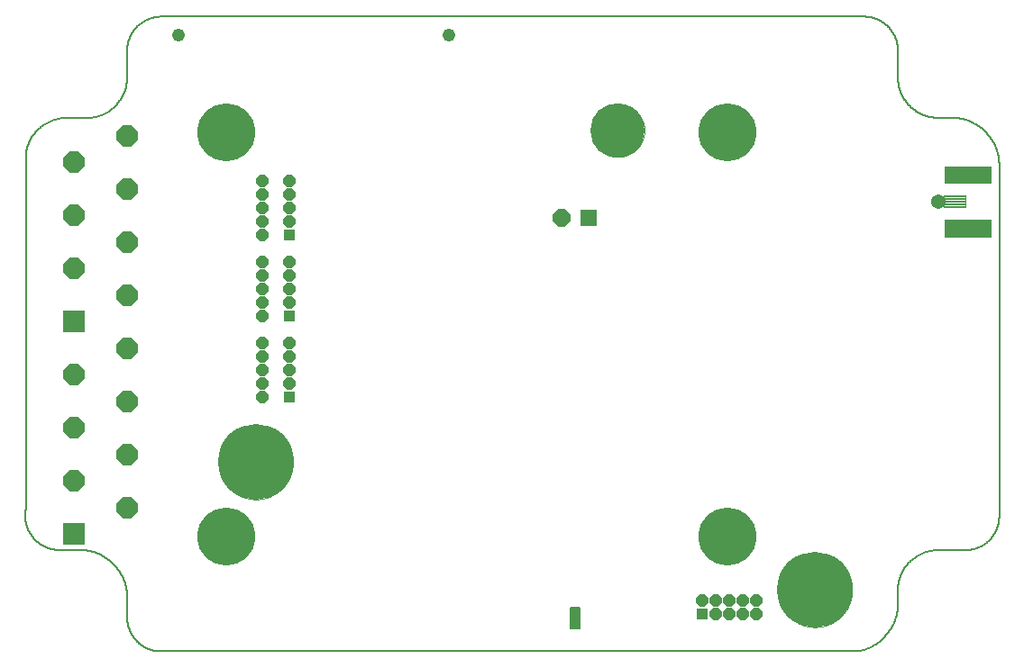
<source format=gbs>
G75*
%MOIN*%
%OFA0B0*%
%FSLAX25Y25*%
%IPPOS*%
%LPD*%
%AMOC8*
5,1,8,0,0,1.08239X$1,22.5*
%
%ADD10C,0.00000*%
%ADD11C,0.27959*%
%ADD12C,0.20085*%
%ADD13C,0.00600*%
%ADD14R,0.06400X0.06400*%
%ADD15OC8,0.06400*%
%ADD16C,0.21400*%
%ADD17R,0.04369X0.04369*%
%ADD18OC8,0.04369*%
%ADD19C,0.04762*%
%ADD20C,0.00591*%
%ADD21C,0.03581*%
%ADD22C,0.05400*%
%ADD23C,0.00490*%
%ADD24C,0.00320*%
%ADD25R,0.08000X0.08000*%
%ADD26OC8,0.08000*%
%ADD27R,0.04400X0.04400*%
%ADD28OC8,0.04400*%
D10*
X0072778Y0072998D02*
X0072782Y0073336D01*
X0072795Y0073674D01*
X0072815Y0074012D01*
X0072844Y0074349D01*
X0072882Y0074685D01*
X0072927Y0075020D01*
X0072981Y0075354D01*
X0073043Y0075686D01*
X0073113Y0076017D01*
X0073191Y0076346D01*
X0073277Y0076673D01*
X0073371Y0076998D01*
X0073474Y0077321D01*
X0073584Y0077640D01*
X0073701Y0077957D01*
X0073827Y0078271D01*
X0073960Y0078582D01*
X0074101Y0078890D01*
X0074249Y0079194D01*
X0074405Y0079494D01*
X0074568Y0079790D01*
X0074738Y0080082D01*
X0074916Y0080370D01*
X0075100Y0080654D01*
X0075292Y0080933D01*
X0075490Y0081207D01*
X0075695Y0081476D01*
X0075906Y0081740D01*
X0076124Y0081999D01*
X0076348Y0082252D01*
X0076578Y0082500D01*
X0076814Y0082742D01*
X0077056Y0082978D01*
X0077304Y0083208D01*
X0077557Y0083432D01*
X0077816Y0083650D01*
X0078080Y0083861D01*
X0078349Y0084066D01*
X0078623Y0084264D01*
X0078902Y0084456D01*
X0079186Y0084640D01*
X0079474Y0084818D01*
X0079766Y0084988D01*
X0080062Y0085151D01*
X0080362Y0085307D01*
X0080666Y0085455D01*
X0080974Y0085596D01*
X0081285Y0085729D01*
X0081599Y0085855D01*
X0081916Y0085972D01*
X0082235Y0086082D01*
X0082558Y0086185D01*
X0082883Y0086279D01*
X0083210Y0086365D01*
X0083539Y0086443D01*
X0083870Y0086513D01*
X0084202Y0086575D01*
X0084536Y0086629D01*
X0084871Y0086674D01*
X0085207Y0086712D01*
X0085544Y0086741D01*
X0085882Y0086761D01*
X0086220Y0086774D01*
X0086558Y0086778D01*
X0086896Y0086774D01*
X0087234Y0086761D01*
X0087572Y0086741D01*
X0087909Y0086712D01*
X0088245Y0086674D01*
X0088580Y0086629D01*
X0088914Y0086575D01*
X0089246Y0086513D01*
X0089577Y0086443D01*
X0089906Y0086365D01*
X0090233Y0086279D01*
X0090558Y0086185D01*
X0090881Y0086082D01*
X0091200Y0085972D01*
X0091517Y0085855D01*
X0091831Y0085729D01*
X0092142Y0085596D01*
X0092450Y0085455D01*
X0092754Y0085307D01*
X0093054Y0085151D01*
X0093350Y0084988D01*
X0093642Y0084818D01*
X0093930Y0084640D01*
X0094214Y0084456D01*
X0094493Y0084264D01*
X0094767Y0084066D01*
X0095036Y0083861D01*
X0095300Y0083650D01*
X0095559Y0083432D01*
X0095812Y0083208D01*
X0096060Y0082978D01*
X0096302Y0082742D01*
X0096538Y0082500D01*
X0096768Y0082252D01*
X0096992Y0081999D01*
X0097210Y0081740D01*
X0097421Y0081476D01*
X0097626Y0081207D01*
X0097824Y0080933D01*
X0098016Y0080654D01*
X0098200Y0080370D01*
X0098378Y0080082D01*
X0098548Y0079790D01*
X0098711Y0079494D01*
X0098867Y0079194D01*
X0099015Y0078890D01*
X0099156Y0078582D01*
X0099289Y0078271D01*
X0099415Y0077957D01*
X0099532Y0077640D01*
X0099642Y0077321D01*
X0099745Y0076998D01*
X0099839Y0076673D01*
X0099925Y0076346D01*
X0100003Y0076017D01*
X0100073Y0075686D01*
X0100135Y0075354D01*
X0100189Y0075020D01*
X0100234Y0074685D01*
X0100272Y0074349D01*
X0100301Y0074012D01*
X0100321Y0073674D01*
X0100334Y0073336D01*
X0100338Y0072998D01*
X0100334Y0072660D01*
X0100321Y0072322D01*
X0100301Y0071984D01*
X0100272Y0071647D01*
X0100234Y0071311D01*
X0100189Y0070976D01*
X0100135Y0070642D01*
X0100073Y0070310D01*
X0100003Y0069979D01*
X0099925Y0069650D01*
X0099839Y0069323D01*
X0099745Y0068998D01*
X0099642Y0068675D01*
X0099532Y0068356D01*
X0099415Y0068039D01*
X0099289Y0067725D01*
X0099156Y0067414D01*
X0099015Y0067106D01*
X0098867Y0066802D01*
X0098711Y0066502D01*
X0098548Y0066206D01*
X0098378Y0065914D01*
X0098200Y0065626D01*
X0098016Y0065342D01*
X0097824Y0065063D01*
X0097626Y0064789D01*
X0097421Y0064520D01*
X0097210Y0064256D01*
X0096992Y0063997D01*
X0096768Y0063744D01*
X0096538Y0063496D01*
X0096302Y0063254D01*
X0096060Y0063018D01*
X0095812Y0062788D01*
X0095559Y0062564D01*
X0095300Y0062346D01*
X0095036Y0062135D01*
X0094767Y0061930D01*
X0094493Y0061732D01*
X0094214Y0061540D01*
X0093930Y0061356D01*
X0093642Y0061178D01*
X0093350Y0061008D01*
X0093054Y0060845D01*
X0092754Y0060689D01*
X0092450Y0060541D01*
X0092142Y0060400D01*
X0091831Y0060267D01*
X0091517Y0060141D01*
X0091200Y0060024D01*
X0090881Y0059914D01*
X0090558Y0059811D01*
X0090233Y0059717D01*
X0089906Y0059631D01*
X0089577Y0059553D01*
X0089246Y0059483D01*
X0088914Y0059421D01*
X0088580Y0059367D01*
X0088245Y0059322D01*
X0087909Y0059284D01*
X0087572Y0059255D01*
X0087234Y0059235D01*
X0086896Y0059222D01*
X0086558Y0059218D01*
X0086220Y0059222D01*
X0085882Y0059235D01*
X0085544Y0059255D01*
X0085207Y0059284D01*
X0084871Y0059322D01*
X0084536Y0059367D01*
X0084202Y0059421D01*
X0083870Y0059483D01*
X0083539Y0059553D01*
X0083210Y0059631D01*
X0082883Y0059717D01*
X0082558Y0059811D01*
X0082235Y0059914D01*
X0081916Y0060024D01*
X0081599Y0060141D01*
X0081285Y0060267D01*
X0080974Y0060400D01*
X0080666Y0060541D01*
X0080362Y0060689D01*
X0080062Y0060845D01*
X0079766Y0061008D01*
X0079474Y0061178D01*
X0079186Y0061356D01*
X0078902Y0061540D01*
X0078623Y0061732D01*
X0078349Y0061930D01*
X0078080Y0062135D01*
X0077816Y0062346D01*
X0077557Y0062564D01*
X0077304Y0062788D01*
X0077056Y0063018D01*
X0076814Y0063254D01*
X0076578Y0063496D01*
X0076348Y0063744D01*
X0076124Y0063997D01*
X0075906Y0064256D01*
X0075695Y0064520D01*
X0075490Y0064789D01*
X0075292Y0065063D01*
X0075100Y0065342D01*
X0074916Y0065626D01*
X0074738Y0065914D01*
X0074568Y0066206D01*
X0074405Y0066502D01*
X0074249Y0066802D01*
X0074101Y0067106D01*
X0073960Y0067414D01*
X0073827Y0067725D01*
X0073701Y0068039D01*
X0073584Y0068356D01*
X0073474Y0068675D01*
X0073371Y0068998D01*
X0073277Y0069323D01*
X0073191Y0069650D01*
X0073113Y0069979D01*
X0073043Y0070310D01*
X0072981Y0070642D01*
X0072927Y0070976D01*
X0072882Y0071311D01*
X0072844Y0071647D01*
X0072815Y0071984D01*
X0072795Y0072322D01*
X0072782Y0072660D01*
X0072778Y0072998D01*
X0210596Y0195835D02*
X0210599Y0196077D01*
X0210608Y0196318D01*
X0210623Y0196559D01*
X0210643Y0196800D01*
X0210670Y0197040D01*
X0210703Y0197279D01*
X0210741Y0197518D01*
X0210785Y0197755D01*
X0210835Y0197992D01*
X0210891Y0198227D01*
X0210953Y0198460D01*
X0211020Y0198692D01*
X0211093Y0198923D01*
X0211171Y0199151D01*
X0211256Y0199377D01*
X0211345Y0199602D01*
X0211440Y0199824D01*
X0211541Y0200043D01*
X0211647Y0200261D01*
X0211758Y0200475D01*
X0211875Y0200687D01*
X0211996Y0200895D01*
X0212123Y0201101D01*
X0212255Y0201303D01*
X0212392Y0201503D01*
X0212533Y0201698D01*
X0212679Y0201891D01*
X0212830Y0202079D01*
X0212986Y0202264D01*
X0213146Y0202445D01*
X0213310Y0202622D01*
X0213479Y0202795D01*
X0213652Y0202964D01*
X0213829Y0203128D01*
X0214010Y0203288D01*
X0214195Y0203444D01*
X0214383Y0203595D01*
X0214576Y0203741D01*
X0214771Y0203882D01*
X0214971Y0204019D01*
X0215173Y0204151D01*
X0215379Y0204278D01*
X0215587Y0204399D01*
X0215799Y0204516D01*
X0216013Y0204627D01*
X0216231Y0204733D01*
X0216450Y0204834D01*
X0216672Y0204929D01*
X0216897Y0205018D01*
X0217123Y0205103D01*
X0217351Y0205181D01*
X0217582Y0205254D01*
X0217814Y0205321D01*
X0218047Y0205383D01*
X0218282Y0205439D01*
X0218519Y0205489D01*
X0218756Y0205533D01*
X0218995Y0205571D01*
X0219234Y0205604D01*
X0219474Y0205631D01*
X0219715Y0205651D01*
X0219956Y0205666D01*
X0220197Y0205675D01*
X0220439Y0205678D01*
X0220681Y0205675D01*
X0220922Y0205666D01*
X0221163Y0205651D01*
X0221404Y0205631D01*
X0221644Y0205604D01*
X0221883Y0205571D01*
X0222122Y0205533D01*
X0222359Y0205489D01*
X0222596Y0205439D01*
X0222831Y0205383D01*
X0223064Y0205321D01*
X0223296Y0205254D01*
X0223527Y0205181D01*
X0223755Y0205103D01*
X0223981Y0205018D01*
X0224206Y0204929D01*
X0224428Y0204834D01*
X0224647Y0204733D01*
X0224865Y0204627D01*
X0225079Y0204516D01*
X0225291Y0204399D01*
X0225499Y0204278D01*
X0225705Y0204151D01*
X0225907Y0204019D01*
X0226107Y0203882D01*
X0226302Y0203741D01*
X0226495Y0203595D01*
X0226683Y0203444D01*
X0226868Y0203288D01*
X0227049Y0203128D01*
X0227226Y0202964D01*
X0227399Y0202795D01*
X0227568Y0202622D01*
X0227732Y0202445D01*
X0227892Y0202264D01*
X0228048Y0202079D01*
X0228199Y0201891D01*
X0228345Y0201698D01*
X0228486Y0201503D01*
X0228623Y0201303D01*
X0228755Y0201101D01*
X0228882Y0200895D01*
X0229003Y0200687D01*
X0229120Y0200475D01*
X0229231Y0200261D01*
X0229337Y0200043D01*
X0229438Y0199824D01*
X0229533Y0199602D01*
X0229622Y0199377D01*
X0229707Y0199151D01*
X0229785Y0198923D01*
X0229858Y0198692D01*
X0229925Y0198460D01*
X0229987Y0198227D01*
X0230043Y0197992D01*
X0230093Y0197755D01*
X0230137Y0197518D01*
X0230175Y0197279D01*
X0230208Y0197040D01*
X0230235Y0196800D01*
X0230255Y0196559D01*
X0230270Y0196318D01*
X0230279Y0196077D01*
X0230282Y0195835D01*
X0230279Y0195593D01*
X0230270Y0195352D01*
X0230255Y0195111D01*
X0230235Y0194870D01*
X0230208Y0194630D01*
X0230175Y0194391D01*
X0230137Y0194152D01*
X0230093Y0193915D01*
X0230043Y0193678D01*
X0229987Y0193443D01*
X0229925Y0193210D01*
X0229858Y0192978D01*
X0229785Y0192747D01*
X0229707Y0192519D01*
X0229622Y0192293D01*
X0229533Y0192068D01*
X0229438Y0191846D01*
X0229337Y0191627D01*
X0229231Y0191409D01*
X0229120Y0191195D01*
X0229003Y0190983D01*
X0228882Y0190775D01*
X0228755Y0190569D01*
X0228623Y0190367D01*
X0228486Y0190167D01*
X0228345Y0189972D01*
X0228199Y0189779D01*
X0228048Y0189591D01*
X0227892Y0189406D01*
X0227732Y0189225D01*
X0227568Y0189048D01*
X0227399Y0188875D01*
X0227226Y0188706D01*
X0227049Y0188542D01*
X0226868Y0188382D01*
X0226683Y0188226D01*
X0226495Y0188075D01*
X0226302Y0187929D01*
X0226107Y0187788D01*
X0225907Y0187651D01*
X0225705Y0187519D01*
X0225499Y0187392D01*
X0225291Y0187271D01*
X0225079Y0187154D01*
X0224865Y0187043D01*
X0224647Y0186937D01*
X0224428Y0186836D01*
X0224206Y0186741D01*
X0223981Y0186652D01*
X0223755Y0186567D01*
X0223527Y0186489D01*
X0223296Y0186416D01*
X0223064Y0186349D01*
X0222831Y0186287D01*
X0222596Y0186231D01*
X0222359Y0186181D01*
X0222122Y0186137D01*
X0221883Y0186099D01*
X0221644Y0186066D01*
X0221404Y0186039D01*
X0221163Y0186019D01*
X0220922Y0186004D01*
X0220681Y0185995D01*
X0220439Y0185992D01*
X0220197Y0185995D01*
X0219956Y0186004D01*
X0219715Y0186019D01*
X0219474Y0186039D01*
X0219234Y0186066D01*
X0218995Y0186099D01*
X0218756Y0186137D01*
X0218519Y0186181D01*
X0218282Y0186231D01*
X0218047Y0186287D01*
X0217814Y0186349D01*
X0217582Y0186416D01*
X0217351Y0186489D01*
X0217123Y0186567D01*
X0216897Y0186652D01*
X0216672Y0186741D01*
X0216450Y0186836D01*
X0216231Y0186937D01*
X0216013Y0187043D01*
X0215799Y0187154D01*
X0215587Y0187271D01*
X0215379Y0187392D01*
X0215173Y0187519D01*
X0214971Y0187651D01*
X0214771Y0187788D01*
X0214576Y0187929D01*
X0214383Y0188075D01*
X0214195Y0188226D01*
X0214010Y0188382D01*
X0213829Y0188542D01*
X0213652Y0188706D01*
X0213479Y0188875D01*
X0213310Y0189048D01*
X0213146Y0189225D01*
X0212986Y0189406D01*
X0212830Y0189591D01*
X0212679Y0189779D01*
X0212533Y0189972D01*
X0212392Y0190167D01*
X0212255Y0190367D01*
X0212123Y0190569D01*
X0211996Y0190775D01*
X0211875Y0190983D01*
X0211758Y0191195D01*
X0211647Y0191409D01*
X0211541Y0191627D01*
X0211440Y0191846D01*
X0211345Y0192068D01*
X0211256Y0192293D01*
X0211171Y0192519D01*
X0211093Y0192747D01*
X0211020Y0192978D01*
X0210953Y0193210D01*
X0210891Y0193443D01*
X0210835Y0193678D01*
X0210785Y0193915D01*
X0210741Y0194152D01*
X0210703Y0194391D01*
X0210670Y0194630D01*
X0210643Y0194870D01*
X0210623Y0195111D01*
X0210608Y0195352D01*
X0210599Y0195593D01*
X0210596Y0195835D01*
X0279559Y0025685D02*
X0279563Y0026023D01*
X0279576Y0026361D01*
X0279596Y0026699D01*
X0279625Y0027036D01*
X0279663Y0027372D01*
X0279708Y0027707D01*
X0279762Y0028041D01*
X0279824Y0028373D01*
X0279894Y0028704D01*
X0279972Y0029033D01*
X0280058Y0029360D01*
X0280152Y0029685D01*
X0280255Y0030008D01*
X0280365Y0030327D01*
X0280482Y0030644D01*
X0280608Y0030958D01*
X0280741Y0031269D01*
X0280882Y0031577D01*
X0281030Y0031881D01*
X0281186Y0032181D01*
X0281349Y0032477D01*
X0281519Y0032769D01*
X0281697Y0033057D01*
X0281881Y0033341D01*
X0282073Y0033620D01*
X0282271Y0033894D01*
X0282476Y0034163D01*
X0282687Y0034427D01*
X0282905Y0034686D01*
X0283129Y0034939D01*
X0283359Y0035187D01*
X0283595Y0035429D01*
X0283837Y0035665D01*
X0284085Y0035895D01*
X0284338Y0036119D01*
X0284597Y0036337D01*
X0284861Y0036548D01*
X0285130Y0036753D01*
X0285404Y0036951D01*
X0285683Y0037143D01*
X0285967Y0037327D01*
X0286255Y0037505D01*
X0286547Y0037675D01*
X0286843Y0037838D01*
X0287143Y0037994D01*
X0287447Y0038142D01*
X0287755Y0038283D01*
X0288066Y0038416D01*
X0288380Y0038542D01*
X0288697Y0038659D01*
X0289016Y0038769D01*
X0289339Y0038872D01*
X0289664Y0038966D01*
X0289991Y0039052D01*
X0290320Y0039130D01*
X0290651Y0039200D01*
X0290983Y0039262D01*
X0291317Y0039316D01*
X0291652Y0039361D01*
X0291988Y0039399D01*
X0292325Y0039428D01*
X0292663Y0039448D01*
X0293001Y0039461D01*
X0293339Y0039465D01*
X0293677Y0039461D01*
X0294015Y0039448D01*
X0294353Y0039428D01*
X0294690Y0039399D01*
X0295026Y0039361D01*
X0295361Y0039316D01*
X0295695Y0039262D01*
X0296027Y0039200D01*
X0296358Y0039130D01*
X0296687Y0039052D01*
X0297014Y0038966D01*
X0297339Y0038872D01*
X0297662Y0038769D01*
X0297981Y0038659D01*
X0298298Y0038542D01*
X0298612Y0038416D01*
X0298923Y0038283D01*
X0299231Y0038142D01*
X0299535Y0037994D01*
X0299835Y0037838D01*
X0300131Y0037675D01*
X0300423Y0037505D01*
X0300711Y0037327D01*
X0300995Y0037143D01*
X0301274Y0036951D01*
X0301548Y0036753D01*
X0301817Y0036548D01*
X0302081Y0036337D01*
X0302340Y0036119D01*
X0302593Y0035895D01*
X0302841Y0035665D01*
X0303083Y0035429D01*
X0303319Y0035187D01*
X0303549Y0034939D01*
X0303773Y0034686D01*
X0303991Y0034427D01*
X0304202Y0034163D01*
X0304407Y0033894D01*
X0304605Y0033620D01*
X0304797Y0033341D01*
X0304981Y0033057D01*
X0305159Y0032769D01*
X0305329Y0032477D01*
X0305492Y0032181D01*
X0305648Y0031881D01*
X0305796Y0031577D01*
X0305937Y0031269D01*
X0306070Y0030958D01*
X0306196Y0030644D01*
X0306313Y0030327D01*
X0306423Y0030008D01*
X0306526Y0029685D01*
X0306620Y0029360D01*
X0306706Y0029033D01*
X0306784Y0028704D01*
X0306854Y0028373D01*
X0306916Y0028041D01*
X0306970Y0027707D01*
X0307015Y0027372D01*
X0307053Y0027036D01*
X0307082Y0026699D01*
X0307102Y0026361D01*
X0307115Y0026023D01*
X0307119Y0025685D01*
X0307115Y0025347D01*
X0307102Y0025009D01*
X0307082Y0024671D01*
X0307053Y0024334D01*
X0307015Y0023998D01*
X0306970Y0023663D01*
X0306916Y0023329D01*
X0306854Y0022997D01*
X0306784Y0022666D01*
X0306706Y0022337D01*
X0306620Y0022010D01*
X0306526Y0021685D01*
X0306423Y0021362D01*
X0306313Y0021043D01*
X0306196Y0020726D01*
X0306070Y0020412D01*
X0305937Y0020101D01*
X0305796Y0019793D01*
X0305648Y0019489D01*
X0305492Y0019189D01*
X0305329Y0018893D01*
X0305159Y0018601D01*
X0304981Y0018313D01*
X0304797Y0018029D01*
X0304605Y0017750D01*
X0304407Y0017476D01*
X0304202Y0017207D01*
X0303991Y0016943D01*
X0303773Y0016684D01*
X0303549Y0016431D01*
X0303319Y0016183D01*
X0303083Y0015941D01*
X0302841Y0015705D01*
X0302593Y0015475D01*
X0302340Y0015251D01*
X0302081Y0015033D01*
X0301817Y0014822D01*
X0301548Y0014617D01*
X0301274Y0014419D01*
X0300995Y0014227D01*
X0300711Y0014043D01*
X0300423Y0013865D01*
X0300131Y0013695D01*
X0299835Y0013532D01*
X0299535Y0013376D01*
X0299231Y0013228D01*
X0298923Y0013087D01*
X0298612Y0012954D01*
X0298298Y0012828D01*
X0297981Y0012711D01*
X0297662Y0012601D01*
X0297339Y0012498D01*
X0297014Y0012404D01*
X0296687Y0012318D01*
X0296358Y0012240D01*
X0296027Y0012170D01*
X0295695Y0012108D01*
X0295361Y0012054D01*
X0295026Y0012009D01*
X0294690Y0011971D01*
X0294353Y0011942D01*
X0294015Y0011922D01*
X0293677Y0011909D01*
X0293339Y0011905D01*
X0293001Y0011909D01*
X0292663Y0011922D01*
X0292325Y0011942D01*
X0291988Y0011971D01*
X0291652Y0012009D01*
X0291317Y0012054D01*
X0290983Y0012108D01*
X0290651Y0012170D01*
X0290320Y0012240D01*
X0289991Y0012318D01*
X0289664Y0012404D01*
X0289339Y0012498D01*
X0289016Y0012601D01*
X0288697Y0012711D01*
X0288380Y0012828D01*
X0288066Y0012954D01*
X0287755Y0013087D01*
X0287447Y0013228D01*
X0287143Y0013376D01*
X0286843Y0013532D01*
X0286547Y0013695D01*
X0286255Y0013865D01*
X0285967Y0014043D01*
X0285683Y0014227D01*
X0285404Y0014419D01*
X0285130Y0014617D01*
X0284861Y0014822D01*
X0284597Y0015033D01*
X0284338Y0015251D01*
X0284085Y0015475D01*
X0283837Y0015705D01*
X0283595Y0015941D01*
X0283359Y0016183D01*
X0283129Y0016431D01*
X0282905Y0016684D01*
X0282687Y0016943D01*
X0282476Y0017207D01*
X0282271Y0017476D01*
X0282073Y0017750D01*
X0281881Y0018029D01*
X0281697Y0018313D01*
X0281519Y0018601D01*
X0281349Y0018893D01*
X0281186Y0019189D01*
X0281030Y0019489D01*
X0280882Y0019793D01*
X0280741Y0020101D01*
X0280608Y0020412D01*
X0280482Y0020726D01*
X0280365Y0021043D01*
X0280255Y0021362D01*
X0280152Y0021685D01*
X0280058Y0022010D01*
X0279972Y0022337D01*
X0279894Y0022666D01*
X0279824Y0022997D01*
X0279762Y0023329D01*
X0279708Y0023663D01*
X0279663Y0023998D01*
X0279625Y0024334D01*
X0279596Y0024671D01*
X0279576Y0025009D01*
X0279563Y0025347D01*
X0279559Y0025685D01*
D11*
X0293339Y0025685D03*
X0086558Y0072998D03*
D12*
X0220439Y0195835D03*
D13*
X0039008Y0022962D02*
X0039003Y0023385D01*
X0038988Y0023807D01*
X0038962Y0024230D01*
X0038926Y0024651D01*
X0038880Y0025071D01*
X0038824Y0025491D01*
X0038758Y0025908D01*
X0038682Y0026324D01*
X0038596Y0026738D01*
X0038499Y0027150D01*
X0038393Y0027559D01*
X0038277Y0027966D01*
X0038151Y0028370D01*
X0038016Y0028770D01*
X0037871Y0029168D01*
X0037716Y0029561D01*
X0037552Y0029951D01*
X0037378Y0030337D01*
X0037195Y0030718D01*
X0037003Y0031095D01*
X0036802Y0031467D01*
X0036592Y0031834D01*
X0036374Y0032196D01*
X0036146Y0032552D01*
X0035910Y0032903D01*
X0035666Y0033248D01*
X0035413Y0033587D01*
X0035152Y0033920D01*
X0034884Y0034247D01*
X0034607Y0034567D01*
X0034323Y0034880D01*
X0034031Y0035186D01*
X0033732Y0035485D01*
X0033426Y0035777D01*
X0033113Y0036061D01*
X0032793Y0036338D01*
X0032466Y0036606D01*
X0032133Y0036867D01*
X0031794Y0037120D01*
X0031449Y0037364D01*
X0031098Y0037600D01*
X0030742Y0037828D01*
X0030380Y0038046D01*
X0030013Y0038256D01*
X0029641Y0038457D01*
X0029264Y0038649D01*
X0028883Y0038832D01*
X0028497Y0039006D01*
X0028107Y0039170D01*
X0027714Y0039325D01*
X0027316Y0039470D01*
X0026916Y0039605D01*
X0026512Y0039731D01*
X0026105Y0039847D01*
X0025696Y0039953D01*
X0025284Y0040050D01*
X0024870Y0040136D01*
X0024454Y0040212D01*
X0024037Y0040278D01*
X0023617Y0040334D01*
X0023197Y0040380D01*
X0022776Y0040416D01*
X0022353Y0040442D01*
X0021931Y0040457D01*
X0021508Y0040462D01*
X0021508Y0040463D02*
X0014008Y0040463D01*
X0013699Y0040467D01*
X0013390Y0040478D01*
X0013081Y0040497D01*
X0012773Y0040523D01*
X0012466Y0040557D01*
X0012159Y0040598D01*
X0011854Y0040647D01*
X0011550Y0040703D01*
X0011247Y0040767D01*
X0010946Y0040837D01*
X0010647Y0040916D01*
X0010350Y0041001D01*
X0010054Y0041094D01*
X0009762Y0041193D01*
X0009472Y0041300D01*
X0009184Y0041414D01*
X0008899Y0041535D01*
X0008618Y0041663D01*
X0008339Y0041797D01*
X0008064Y0041939D01*
X0007793Y0042087D01*
X0007525Y0042241D01*
X0007261Y0042402D01*
X0007001Y0042569D01*
X0006745Y0042743D01*
X0006493Y0042923D01*
X0006246Y0043109D01*
X0006004Y0043301D01*
X0005766Y0043498D01*
X0005533Y0043702D01*
X0005305Y0043911D01*
X0005082Y0044125D01*
X0004865Y0044345D01*
X0004653Y0044570D01*
X0004446Y0044800D01*
X0004245Y0045036D01*
X0004050Y0045275D01*
X0003861Y0045520D01*
X0003678Y0045769D01*
X0003501Y0046023D01*
X0003330Y0046281D01*
X0003166Y0046542D01*
X0003008Y0046808D01*
X0002856Y0047078D01*
X0002711Y0047351D01*
X0002573Y0047628D01*
X0002441Y0047907D01*
X0002317Y0048190D01*
X0002199Y0048476D01*
X0002088Y0048765D01*
X0001985Y0049056D01*
X0001888Y0049350D01*
X0001799Y0049646D01*
X0001716Y0049944D01*
X0001642Y0050244D01*
X0001574Y0050546D01*
X0001514Y0050850D01*
X0001461Y0051154D01*
X0001416Y0051460D01*
X0001378Y0051767D01*
X0001347Y0052075D01*
X0001324Y0052383D01*
X0001309Y0052692D01*
X0001301Y0053001D01*
X0001301Y0053310D01*
X0001308Y0053620D01*
X0001323Y0053929D01*
X0001345Y0054237D01*
X0001374Y0054545D01*
X0001412Y0054852D01*
X0001456Y0055158D01*
X0001508Y0055463D01*
X0001508Y0055462D02*
X0001508Y0185462D01*
X0001512Y0185824D01*
X0001526Y0186187D01*
X0001547Y0186549D01*
X0001578Y0186910D01*
X0001617Y0187270D01*
X0001665Y0187629D01*
X0001722Y0187987D01*
X0001787Y0188344D01*
X0001861Y0188699D01*
X0001944Y0189052D01*
X0002035Y0189403D01*
X0002134Y0189751D01*
X0002242Y0190097D01*
X0002358Y0190441D01*
X0002483Y0190781D01*
X0002615Y0191118D01*
X0002756Y0191452D01*
X0002905Y0191783D01*
X0003062Y0192110D01*
X0003226Y0192433D01*
X0003398Y0192752D01*
X0003578Y0193066D01*
X0003766Y0193377D01*
X0003961Y0193682D01*
X0004163Y0193983D01*
X0004373Y0194279D01*
X0004589Y0194569D01*
X0004813Y0194855D01*
X0005043Y0195135D01*
X0005280Y0195409D01*
X0005524Y0195677D01*
X0005774Y0195940D01*
X0006030Y0196196D01*
X0006293Y0196446D01*
X0006561Y0196690D01*
X0006835Y0196927D01*
X0007115Y0197157D01*
X0007401Y0197381D01*
X0007691Y0197597D01*
X0007987Y0197807D01*
X0008288Y0198009D01*
X0008593Y0198204D01*
X0008904Y0198392D01*
X0009218Y0198572D01*
X0009537Y0198744D01*
X0009860Y0198908D01*
X0010187Y0199065D01*
X0010518Y0199214D01*
X0010852Y0199355D01*
X0011189Y0199487D01*
X0011529Y0199612D01*
X0011873Y0199728D01*
X0012219Y0199836D01*
X0012567Y0199935D01*
X0012918Y0200026D01*
X0013271Y0200109D01*
X0013626Y0200183D01*
X0013983Y0200248D01*
X0014341Y0200305D01*
X0014700Y0200353D01*
X0015060Y0200392D01*
X0015421Y0200423D01*
X0015783Y0200444D01*
X0016146Y0200458D01*
X0016508Y0200462D01*
X0024008Y0200462D01*
X0024370Y0200466D01*
X0024733Y0200480D01*
X0025095Y0200501D01*
X0025456Y0200532D01*
X0025816Y0200571D01*
X0026175Y0200619D01*
X0026533Y0200676D01*
X0026890Y0200741D01*
X0027245Y0200815D01*
X0027598Y0200898D01*
X0027949Y0200989D01*
X0028297Y0201088D01*
X0028643Y0201196D01*
X0028987Y0201312D01*
X0029327Y0201437D01*
X0029664Y0201569D01*
X0029998Y0201710D01*
X0030329Y0201859D01*
X0030656Y0202016D01*
X0030979Y0202180D01*
X0031298Y0202352D01*
X0031612Y0202532D01*
X0031923Y0202720D01*
X0032228Y0202915D01*
X0032529Y0203117D01*
X0032825Y0203327D01*
X0033115Y0203543D01*
X0033401Y0203767D01*
X0033681Y0203997D01*
X0033955Y0204234D01*
X0034223Y0204478D01*
X0034486Y0204728D01*
X0034742Y0204984D01*
X0034992Y0205247D01*
X0035236Y0205515D01*
X0035473Y0205789D01*
X0035703Y0206069D01*
X0035927Y0206355D01*
X0036143Y0206645D01*
X0036353Y0206941D01*
X0036555Y0207242D01*
X0036750Y0207547D01*
X0036938Y0207858D01*
X0037118Y0208172D01*
X0037290Y0208491D01*
X0037454Y0208814D01*
X0037611Y0209141D01*
X0037760Y0209472D01*
X0037901Y0209806D01*
X0038033Y0210143D01*
X0038158Y0210483D01*
X0038274Y0210827D01*
X0038382Y0211173D01*
X0038481Y0211521D01*
X0038572Y0211872D01*
X0038655Y0212225D01*
X0038729Y0212580D01*
X0038794Y0212937D01*
X0038851Y0213295D01*
X0038899Y0213654D01*
X0038938Y0214014D01*
X0038969Y0214375D01*
X0038990Y0214737D01*
X0039004Y0215100D01*
X0039008Y0215462D01*
X0039008Y0225462D01*
X0039012Y0225764D01*
X0039023Y0226066D01*
X0039041Y0226367D01*
X0039066Y0226668D01*
X0039099Y0226969D01*
X0039139Y0227268D01*
X0039186Y0227566D01*
X0039241Y0227864D01*
X0039302Y0228159D01*
X0039371Y0228453D01*
X0039447Y0228746D01*
X0039530Y0229036D01*
X0039620Y0229325D01*
X0039717Y0229611D01*
X0039820Y0229895D01*
X0039931Y0230176D01*
X0040048Y0230454D01*
X0040172Y0230730D01*
X0040303Y0231002D01*
X0040440Y0231271D01*
X0040583Y0231537D01*
X0040733Y0231799D01*
X0040890Y0232058D01*
X0041052Y0232312D01*
X0041221Y0232563D01*
X0041395Y0232809D01*
X0041576Y0233052D01*
X0041762Y0233289D01*
X0041954Y0233523D01*
X0042152Y0233751D01*
X0042355Y0233975D01*
X0042563Y0234193D01*
X0042777Y0234407D01*
X0042995Y0234615D01*
X0043219Y0234818D01*
X0043447Y0235016D01*
X0043681Y0235208D01*
X0043918Y0235394D01*
X0044161Y0235575D01*
X0044407Y0235749D01*
X0044658Y0235918D01*
X0044912Y0236080D01*
X0045171Y0236237D01*
X0045433Y0236387D01*
X0045699Y0236530D01*
X0045968Y0236667D01*
X0046240Y0236798D01*
X0046516Y0236922D01*
X0046794Y0237039D01*
X0047075Y0237150D01*
X0047359Y0237253D01*
X0047645Y0237350D01*
X0047934Y0237440D01*
X0048224Y0237523D01*
X0048517Y0237599D01*
X0048811Y0237668D01*
X0049106Y0237729D01*
X0049404Y0237784D01*
X0049702Y0237831D01*
X0050001Y0237871D01*
X0050302Y0237904D01*
X0050603Y0237929D01*
X0050904Y0237947D01*
X0051206Y0237958D01*
X0051508Y0237962D01*
X0311508Y0237962D01*
X0311810Y0237958D01*
X0312112Y0237947D01*
X0312413Y0237929D01*
X0312714Y0237904D01*
X0313015Y0237871D01*
X0313314Y0237831D01*
X0313612Y0237784D01*
X0313910Y0237729D01*
X0314205Y0237668D01*
X0314499Y0237599D01*
X0314792Y0237523D01*
X0315082Y0237440D01*
X0315371Y0237350D01*
X0315657Y0237253D01*
X0315941Y0237150D01*
X0316222Y0237039D01*
X0316500Y0236922D01*
X0316776Y0236798D01*
X0317048Y0236667D01*
X0317317Y0236530D01*
X0317583Y0236387D01*
X0317845Y0236237D01*
X0318104Y0236080D01*
X0318358Y0235918D01*
X0318609Y0235749D01*
X0318855Y0235575D01*
X0319098Y0235394D01*
X0319335Y0235208D01*
X0319569Y0235016D01*
X0319797Y0234818D01*
X0320021Y0234615D01*
X0320239Y0234407D01*
X0320453Y0234193D01*
X0320661Y0233975D01*
X0320864Y0233751D01*
X0321062Y0233523D01*
X0321254Y0233289D01*
X0321440Y0233052D01*
X0321621Y0232809D01*
X0321795Y0232563D01*
X0321964Y0232312D01*
X0322126Y0232058D01*
X0322283Y0231799D01*
X0322433Y0231537D01*
X0322576Y0231271D01*
X0322713Y0231002D01*
X0322844Y0230730D01*
X0322968Y0230454D01*
X0323085Y0230176D01*
X0323196Y0229895D01*
X0323299Y0229611D01*
X0323396Y0229325D01*
X0323486Y0229036D01*
X0323569Y0228746D01*
X0323645Y0228453D01*
X0323714Y0228159D01*
X0323775Y0227864D01*
X0323830Y0227566D01*
X0323877Y0227268D01*
X0323917Y0226969D01*
X0323950Y0226668D01*
X0323975Y0226367D01*
X0323993Y0226066D01*
X0324004Y0225764D01*
X0324008Y0225462D01*
X0324008Y0215462D01*
X0324012Y0215100D01*
X0324026Y0214737D01*
X0324047Y0214375D01*
X0324078Y0214014D01*
X0324117Y0213654D01*
X0324165Y0213295D01*
X0324222Y0212937D01*
X0324287Y0212580D01*
X0324361Y0212225D01*
X0324444Y0211872D01*
X0324535Y0211521D01*
X0324634Y0211173D01*
X0324742Y0210827D01*
X0324858Y0210483D01*
X0324983Y0210143D01*
X0325115Y0209806D01*
X0325256Y0209472D01*
X0325405Y0209141D01*
X0325562Y0208814D01*
X0325726Y0208491D01*
X0325898Y0208172D01*
X0326078Y0207858D01*
X0326266Y0207547D01*
X0326461Y0207242D01*
X0326663Y0206941D01*
X0326873Y0206645D01*
X0327089Y0206355D01*
X0327313Y0206069D01*
X0327543Y0205789D01*
X0327780Y0205515D01*
X0328024Y0205247D01*
X0328274Y0204984D01*
X0328530Y0204728D01*
X0328793Y0204478D01*
X0329061Y0204234D01*
X0329335Y0203997D01*
X0329615Y0203767D01*
X0329901Y0203543D01*
X0330191Y0203327D01*
X0330487Y0203117D01*
X0330788Y0202915D01*
X0331093Y0202720D01*
X0331404Y0202532D01*
X0331718Y0202352D01*
X0332037Y0202180D01*
X0332360Y0202016D01*
X0332687Y0201859D01*
X0333018Y0201710D01*
X0333352Y0201569D01*
X0333689Y0201437D01*
X0334029Y0201312D01*
X0334373Y0201196D01*
X0334719Y0201088D01*
X0335067Y0200989D01*
X0335418Y0200898D01*
X0335771Y0200815D01*
X0336126Y0200741D01*
X0336483Y0200676D01*
X0336841Y0200619D01*
X0337200Y0200571D01*
X0337560Y0200532D01*
X0337921Y0200501D01*
X0338283Y0200480D01*
X0338646Y0200466D01*
X0339008Y0200462D01*
X0344008Y0200462D01*
X0344431Y0200457D01*
X0344853Y0200442D01*
X0345276Y0200416D01*
X0345697Y0200380D01*
X0346117Y0200334D01*
X0346537Y0200278D01*
X0346954Y0200212D01*
X0347370Y0200136D01*
X0347784Y0200050D01*
X0348196Y0199953D01*
X0348605Y0199847D01*
X0349012Y0199731D01*
X0349416Y0199605D01*
X0349816Y0199470D01*
X0350214Y0199325D01*
X0350607Y0199170D01*
X0350997Y0199006D01*
X0351383Y0198832D01*
X0351764Y0198649D01*
X0352141Y0198457D01*
X0352513Y0198256D01*
X0352880Y0198046D01*
X0353242Y0197828D01*
X0353598Y0197600D01*
X0353949Y0197364D01*
X0354294Y0197120D01*
X0354633Y0196867D01*
X0354966Y0196606D01*
X0355293Y0196338D01*
X0355613Y0196061D01*
X0355926Y0195777D01*
X0356232Y0195485D01*
X0356531Y0195186D01*
X0356823Y0194880D01*
X0357107Y0194567D01*
X0357384Y0194247D01*
X0357652Y0193920D01*
X0357913Y0193587D01*
X0358166Y0193248D01*
X0358410Y0192903D01*
X0358646Y0192552D01*
X0358874Y0192196D01*
X0359092Y0191834D01*
X0359302Y0191467D01*
X0359503Y0191095D01*
X0359695Y0190718D01*
X0359878Y0190337D01*
X0360052Y0189951D01*
X0360216Y0189561D01*
X0360371Y0189168D01*
X0360516Y0188770D01*
X0360651Y0188370D01*
X0360777Y0187966D01*
X0360893Y0187559D01*
X0360999Y0187150D01*
X0361096Y0186738D01*
X0361182Y0186324D01*
X0361258Y0185908D01*
X0361324Y0185491D01*
X0361380Y0185071D01*
X0361426Y0184651D01*
X0361462Y0184230D01*
X0361488Y0183807D01*
X0361503Y0183385D01*
X0361508Y0182962D01*
X0361508Y0052962D01*
X0361504Y0052660D01*
X0361493Y0052358D01*
X0361475Y0052057D01*
X0361450Y0051756D01*
X0361417Y0051455D01*
X0361377Y0051156D01*
X0361330Y0050858D01*
X0361275Y0050560D01*
X0361214Y0050265D01*
X0361145Y0049971D01*
X0361069Y0049678D01*
X0360986Y0049388D01*
X0360896Y0049099D01*
X0360799Y0048813D01*
X0360696Y0048529D01*
X0360585Y0048248D01*
X0360468Y0047970D01*
X0360344Y0047694D01*
X0360213Y0047422D01*
X0360076Y0047153D01*
X0359933Y0046887D01*
X0359783Y0046625D01*
X0359626Y0046366D01*
X0359464Y0046112D01*
X0359295Y0045861D01*
X0359121Y0045615D01*
X0358940Y0045372D01*
X0358754Y0045135D01*
X0358562Y0044901D01*
X0358364Y0044673D01*
X0358161Y0044449D01*
X0357953Y0044231D01*
X0357739Y0044017D01*
X0357521Y0043809D01*
X0357297Y0043606D01*
X0357069Y0043408D01*
X0356835Y0043216D01*
X0356598Y0043030D01*
X0356355Y0042849D01*
X0356109Y0042675D01*
X0355858Y0042506D01*
X0355604Y0042344D01*
X0355345Y0042187D01*
X0355083Y0042037D01*
X0354817Y0041894D01*
X0354548Y0041757D01*
X0354276Y0041626D01*
X0354000Y0041502D01*
X0353722Y0041385D01*
X0353441Y0041274D01*
X0353157Y0041171D01*
X0352871Y0041074D01*
X0352582Y0040984D01*
X0352292Y0040901D01*
X0351999Y0040825D01*
X0351705Y0040756D01*
X0351410Y0040695D01*
X0351112Y0040640D01*
X0350814Y0040593D01*
X0350515Y0040553D01*
X0350214Y0040520D01*
X0349913Y0040495D01*
X0349612Y0040477D01*
X0349310Y0040466D01*
X0349008Y0040462D01*
X0349008Y0040463D02*
X0339008Y0040463D01*
X0339008Y0040462D02*
X0338646Y0040458D01*
X0338283Y0040444D01*
X0337921Y0040423D01*
X0337560Y0040392D01*
X0337200Y0040353D01*
X0336841Y0040305D01*
X0336483Y0040248D01*
X0336126Y0040183D01*
X0335771Y0040109D01*
X0335418Y0040026D01*
X0335067Y0039935D01*
X0334719Y0039836D01*
X0334373Y0039728D01*
X0334029Y0039612D01*
X0333689Y0039487D01*
X0333352Y0039355D01*
X0333018Y0039214D01*
X0332687Y0039065D01*
X0332360Y0038908D01*
X0332037Y0038744D01*
X0331718Y0038572D01*
X0331404Y0038392D01*
X0331093Y0038204D01*
X0330788Y0038009D01*
X0330487Y0037807D01*
X0330191Y0037597D01*
X0329901Y0037381D01*
X0329615Y0037157D01*
X0329335Y0036927D01*
X0329061Y0036690D01*
X0328793Y0036446D01*
X0328530Y0036196D01*
X0328274Y0035940D01*
X0328024Y0035677D01*
X0327780Y0035409D01*
X0327543Y0035135D01*
X0327313Y0034855D01*
X0327089Y0034569D01*
X0326873Y0034279D01*
X0326663Y0033983D01*
X0326461Y0033682D01*
X0326266Y0033377D01*
X0326078Y0033066D01*
X0325898Y0032752D01*
X0325726Y0032433D01*
X0325562Y0032110D01*
X0325405Y0031783D01*
X0325256Y0031452D01*
X0325115Y0031118D01*
X0324983Y0030781D01*
X0324858Y0030441D01*
X0324742Y0030097D01*
X0324634Y0029751D01*
X0324535Y0029403D01*
X0324444Y0029052D01*
X0324361Y0028699D01*
X0324287Y0028344D01*
X0324222Y0027987D01*
X0324165Y0027629D01*
X0324117Y0027270D01*
X0324078Y0026910D01*
X0324047Y0026549D01*
X0324026Y0026187D01*
X0324012Y0025824D01*
X0324008Y0025462D01*
X0324008Y0020463D01*
X0324008Y0020462D02*
X0324003Y0020029D01*
X0323987Y0019597D01*
X0323960Y0019165D01*
X0323923Y0018734D01*
X0323876Y0018304D01*
X0323818Y0017875D01*
X0323750Y0017448D01*
X0323671Y0017022D01*
X0323582Y0016599D01*
X0323482Y0016178D01*
X0323372Y0015759D01*
X0323252Y0015344D01*
X0323122Y0014931D01*
X0322982Y0014522D01*
X0322832Y0014116D01*
X0322672Y0013714D01*
X0322502Y0013316D01*
X0322323Y0012922D01*
X0322134Y0012533D01*
X0321935Y0012148D01*
X0321727Y0011769D01*
X0321510Y0011394D01*
X0321284Y0011026D01*
X0321049Y0010662D01*
X0320805Y0010305D01*
X0320553Y0009953D01*
X0320292Y0009608D01*
X0320022Y0009270D01*
X0319745Y0008938D01*
X0319459Y0008613D01*
X0319166Y0008295D01*
X0318865Y0007984D01*
X0318556Y0007681D01*
X0318240Y0007385D01*
X0317917Y0007097D01*
X0317587Y0006817D01*
X0317250Y0006546D01*
X0316907Y0006282D01*
X0316557Y0006027D01*
X0316202Y0005781D01*
X0315840Y0005544D01*
X0315473Y0005315D01*
X0315100Y0005095D01*
X0314722Y0004885D01*
X0314339Y0004684D01*
X0313951Y0004492D01*
X0313558Y0004310D01*
X0313162Y0004137D01*
X0312761Y0003975D01*
X0312356Y0003822D01*
X0311947Y0003679D01*
X0311536Y0003546D01*
X0311121Y0003423D01*
X0310703Y0003310D01*
X0310283Y0003208D01*
X0309860Y0003116D01*
X0309435Y0003034D01*
X0309008Y0002962D01*
X0051508Y0002962D01*
X0051206Y0002966D01*
X0050904Y0002977D01*
X0050603Y0002995D01*
X0050302Y0003020D01*
X0050001Y0003053D01*
X0049702Y0003093D01*
X0049404Y0003140D01*
X0049106Y0003195D01*
X0048811Y0003256D01*
X0048517Y0003325D01*
X0048224Y0003401D01*
X0047934Y0003484D01*
X0047645Y0003574D01*
X0047359Y0003671D01*
X0047075Y0003774D01*
X0046794Y0003885D01*
X0046516Y0004002D01*
X0046240Y0004126D01*
X0045968Y0004257D01*
X0045699Y0004394D01*
X0045433Y0004537D01*
X0045171Y0004687D01*
X0044912Y0004844D01*
X0044658Y0005006D01*
X0044407Y0005175D01*
X0044161Y0005349D01*
X0043918Y0005530D01*
X0043681Y0005716D01*
X0043447Y0005908D01*
X0043219Y0006106D01*
X0042995Y0006309D01*
X0042777Y0006517D01*
X0042563Y0006731D01*
X0042355Y0006949D01*
X0042152Y0007173D01*
X0041954Y0007401D01*
X0041762Y0007635D01*
X0041576Y0007872D01*
X0041395Y0008115D01*
X0041221Y0008361D01*
X0041052Y0008612D01*
X0040890Y0008866D01*
X0040733Y0009125D01*
X0040583Y0009387D01*
X0040440Y0009653D01*
X0040303Y0009922D01*
X0040172Y0010194D01*
X0040048Y0010470D01*
X0039931Y0010748D01*
X0039820Y0011029D01*
X0039717Y0011313D01*
X0039620Y0011599D01*
X0039530Y0011888D01*
X0039447Y0012178D01*
X0039371Y0012471D01*
X0039302Y0012765D01*
X0039241Y0013060D01*
X0039186Y0013358D01*
X0039139Y0013656D01*
X0039099Y0013955D01*
X0039066Y0014256D01*
X0039041Y0014557D01*
X0039023Y0014858D01*
X0039012Y0015160D01*
X0039008Y0015462D01*
X0039008Y0022962D01*
D14*
X0209633Y0163313D03*
D15*
X0199633Y0163313D03*
D16*
X0260819Y0194976D03*
X0075780Y0194976D03*
X0075780Y0045370D03*
X0260819Y0045370D03*
D17*
X0251508Y0016688D03*
D18*
X0256508Y0016688D03*
X0261508Y0016688D03*
X0261508Y0021687D03*
X0256508Y0021687D03*
X0251508Y0021687D03*
X0266508Y0021687D03*
X0271508Y0021687D03*
X0271508Y0016688D03*
X0266508Y0016688D03*
D19*
X0158063Y0231196D03*
X0058063Y0231196D03*
D20*
X0202957Y0019029D02*
X0206309Y0019029D01*
X0206309Y0011345D01*
X0202957Y0011345D01*
X0202957Y0019029D01*
X0202957Y0011935D02*
X0206309Y0011935D01*
X0206309Y0012525D02*
X0202957Y0012525D01*
X0202957Y0013115D02*
X0206309Y0013115D01*
X0206309Y0013705D02*
X0202957Y0013705D01*
X0202957Y0014295D02*
X0206309Y0014295D01*
X0206309Y0014885D02*
X0202957Y0014885D01*
X0202957Y0015475D02*
X0206309Y0015475D01*
X0206309Y0016065D02*
X0202957Y0016065D01*
X0202957Y0016655D02*
X0206309Y0016655D01*
X0206309Y0017245D02*
X0202957Y0017245D01*
X0202957Y0017835D02*
X0206309Y0017835D01*
X0206309Y0018425D02*
X0202957Y0018425D01*
X0202957Y0019015D02*
X0206309Y0019015D01*
D21*
X0204633Y0017688D03*
X0204633Y0015187D03*
X0204633Y0012687D03*
D22*
X0339008Y0169563D03*
D23*
X0340924Y0167358D02*
X0348834Y0167358D01*
X0340924Y0167358D02*
X0340924Y0171768D01*
X0348834Y0171768D01*
X0348834Y0167358D01*
X0348834Y0167847D02*
X0340924Y0167847D01*
X0340924Y0168336D02*
X0348834Y0168336D01*
X0348834Y0168825D02*
X0340924Y0168825D01*
X0340924Y0169314D02*
X0348834Y0169314D01*
X0348834Y0169803D02*
X0340924Y0169803D01*
X0340924Y0170292D02*
X0348834Y0170292D01*
X0348834Y0170781D02*
X0340924Y0170781D01*
X0340924Y0171270D02*
X0348834Y0171270D01*
X0348834Y0171759D02*
X0340924Y0171759D01*
D24*
X0341218Y0182602D02*
X0358298Y0182602D01*
X0358298Y0176522D01*
X0341218Y0176522D01*
X0341218Y0182602D01*
X0341218Y0176841D02*
X0358298Y0176841D01*
X0358298Y0177160D02*
X0341218Y0177160D01*
X0341218Y0177479D02*
X0358298Y0177479D01*
X0358298Y0177798D02*
X0341218Y0177798D01*
X0341218Y0178117D02*
X0358298Y0178117D01*
X0358298Y0178436D02*
X0341218Y0178436D01*
X0341218Y0178755D02*
X0358298Y0178755D01*
X0358298Y0179074D02*
X0341218Y0179074D01*
X0341218Y0179393D02*
X0358298Y0179393D01*
X0358298Y0179712D02*
X0341218Y0179712D01*
X0341218Y0180031D02*
X0358298Y0180031D01*
X0358298Y0180350D02*
X0341218Y0180350D01*
X0341218Y0180669D02*
X0358298Y0180669D01*
X0358298Y0180988D02*
X0341218Y0180988D01*
X0341218Y0181307D02*
X0358298Y0181307D01*
X0358298Y0181626D02*
X0341218Y0181626D01*
X0341218Y0181945D02*
X0358298Y0181945D01*
X0358298Y0182264D02*
X0341218Y0182264D01*
X0341218Y0182583D02*
X0358298Y0182583D01*
X0358298Y0162603D02*
X0341218Y0162603D01*
X0358298Y0162603D02*
X0358298Y0156523D01*
X0341218Y0156523D01*
X0341218Y0162603D01*
X0341218Y0156842D02*
X0358298Y0156842D01*
X0358298Y0157161D02*
X0341218Y0157161D01*
X0341218Y0157480D02*
X0358298Y0157480D01*
X0358298Y0157799D02*
X0341218Y0157799D01*
X0341218Y0158118D02*
X0358298Y0158118D01*
X0358298Y0158437D02*
X0341218Y0158437D01*
X0341218Y0158756D02*
X0358298Y0158756D01*
X0358298Y0159075D02*
X0341218Y0159075D01*
X0341218Y0159394D02*
X0358298Y0159394D01*
X0358298Y0159713D02*
X0341218Y0159713D01*
X0341218Y0160032D02*
X0358298Y0160032D01*
X0358298Y0160351D02*
X0341218Y0160351D01*
X0341218Y0160670D02*
X0358298Y0160670D01*
X0358298Y0160989D02*
X0341218Y0160989D01*
X0341218Y0161308D02*
X0358298Y0161308D01*
X0358298Y0161627D02*
X0341218Y0161627D01*
X0341218Y0161946D02*
X0358298Y0161946D01*
X0358298Y0162265D02*
X0341218Y0162265D01*
X0341218Y0162584D02*
X0358298Y0162584D01*
D25*
X0019323Y0125035D03*
X0019323Y0046285D03*
D26*
X0039008Y0056127D03*
X0019323Y0065970D03*
X0039008Y0075813D03*
X0019323Y0085655D03*
X0039008Y0095498D03*
X0019323Y0105340D03*
X0039008Y0115183D03*
X0039008Y0134877D03*
X0019323Y0144720D03*
X0039008Y0154563D03*
X0019323Y0164405D03*
X0039008Y0174248D03*
X0019323Y0184090D03*
X0039008Y0193933D03*
D27*
X0099008Y0157063D03*
X0099008Y0127062D03*
X0099008Y0097062D03*
D28*
X0099008Y0102062D03*
X0099008Y0107062D03*
X0099008Y0112062D03*
X0099008Y0117062D03*
X0089008Y0117062D03*
X0089008Y0112062D03*
X0089008Y0107062D03*
X0089008Y0102062D03*
X0089008Y0097062D03*
X0089008Y0127062D03*
X0089008Y0132063D03*
X0089008Y0137063D03*
X0089008Y0142063D03*
X0089008Y0147063D03*
X0099008Y0147063D03*
X0099008Y0142063D03*
X0099008Y0137063D03*
X0099008Y0132063D03*
X0089008Y0157063D03*
X0089008Y0162063D03*
X0089008Y0167063D03*
X0089008Y0172063D03*
X0089008Y0177062D03*
X0099008Y0177062D03*
X0099008Y0172063D03*
X0099008Y0167063D03*
X0099008Y0162063D03*
M02*

</source>
